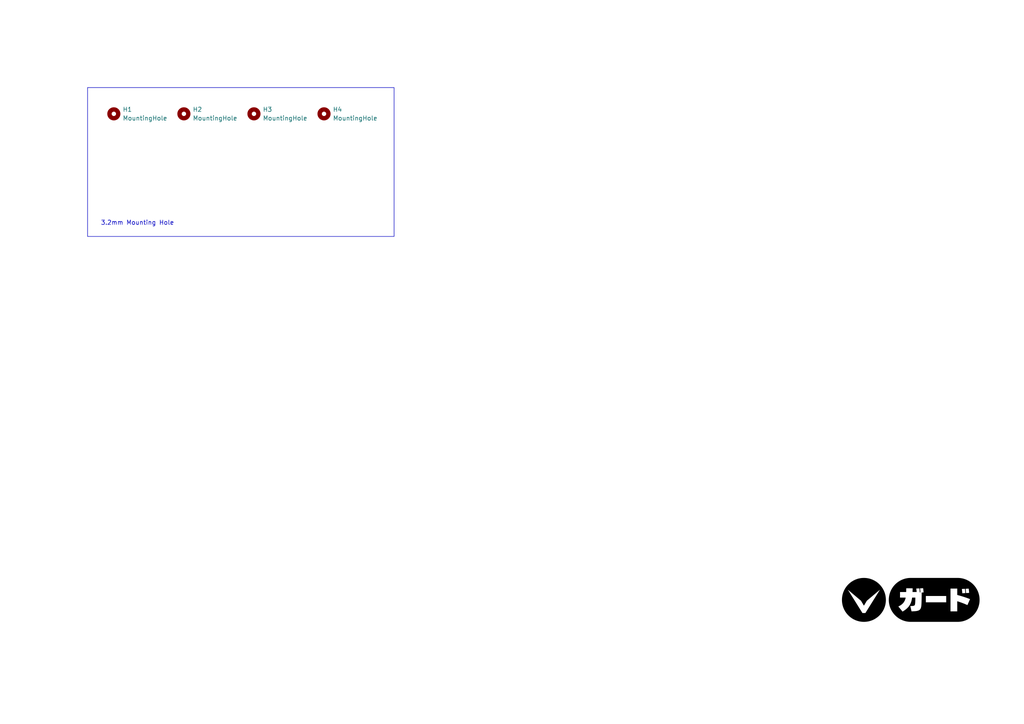
<source format=kicad_sch>
(kicad_sch (version 20231120) (generator "eeschema") (generator_version "8.0")
  (paper "A4")
  (title_block (title "Muscellaneous") (date "2024-08-01") (company "Sentinels Robotics") (comment 1 "Created By: Vincent Cayadi"))
  (lib_symbols
    (symbol "Mechanical:MountingHole" (pin_names (offset 1.016)) (exclude_from_sim yes) (in_bom no)
      (property "Reference" "H" (at 0 5.08 0))
      (property "Value" "MountingHole" (at 0 3.175 0))
      (symbol "MountingHole_0_1"
        (circle (center 0 0) (radius 1.27) (stroke (width 1.27)))
      )
    )
  )
  (rectangle (start 25.4 25.4) (end 114.3 68.58))
  (image (at 264.16 173.99) (scale 0.133286))
  (text "3.2mm Mounting Hole" (at 29.21 64.77 0) (effects (font (size 1.27 1.27)) (justify left)))
  (symbol (lib_id "Mechanical:MountingHole") (at 73.66 33.02 0) (unit 1) (exclude_from_sim yes) (in_bom no)
    (property "Reference" "H3" (at 76.2 31.7499 0) (effects (justify left)))
    (property "Value" "MountingHole" (at 76.2 34.2899 0) (effects (justify left)))
    (property "Footprint" "MountingHole:MountingHole_2.2mm_M2_ISO14580_Pad" (effects (hide yes)))
    (property "Description" "Mounting Hole without connection" (effects (hide yes)))
  )
  (symbol (lib_id "Mechanical:MountingHole") (at 33.02 33.02 0) (unit 1) (exclude_from_sim yes) (in_bom no)
    (property "Reference" "H1" (at 35.56 31.7499 0) (effects (justify left)))
    (property "Value" "MountingHole" (at 35.56 34.2899 0) (effects (justify left)))
    (property "Footprint" "MountingHole:MountingHole_2.2mm_M2_ISO14580_Pad" (effects (hide yes)))
    (property "Description" "Mounting Hole without connection" (effects (hide yes)))
  )
  (symbol (lib_id "Mechanical:MountingHole") (at 93.98 33.02 0) (unit 1) (exclude_from_sim yes) (in_bom no)
    (property "Reference" "H4" (at 96.52 31.7499 0) (effects (justify left)))
    (property "Value" "MountingHole" (at 96.52 34.2899 0) (effects (justify left)))
    (property "Footprint" "MountingHole:MountingHole_2.2mm_M2_ISO14580_Pad" (effects (hide yes)))
    (property "Description" "Mounting Hole without connection" (effects (hide yes)))
  )
  (symbol (lib_id "Mechanical:MountingHole") (at 53.34 33.02 0) (unit 1) (exclude_from_sim yes) (in_bom no)
    (property "Reference" "H2" (at 55.88 31.7499 0) (effects (justify left)))
    (property "Value" "MountingHole" (at 55.88 34.2899 0) (effects (justify left)))
    (property "Footprint" "MountingHole:MountingHole_2.2mm_M2_ISO14580_Pad" (effects (hide yes)))
    (property "Description" "Mounting Hole without connection" (effects (hide yes)))
  )
)
</source>
